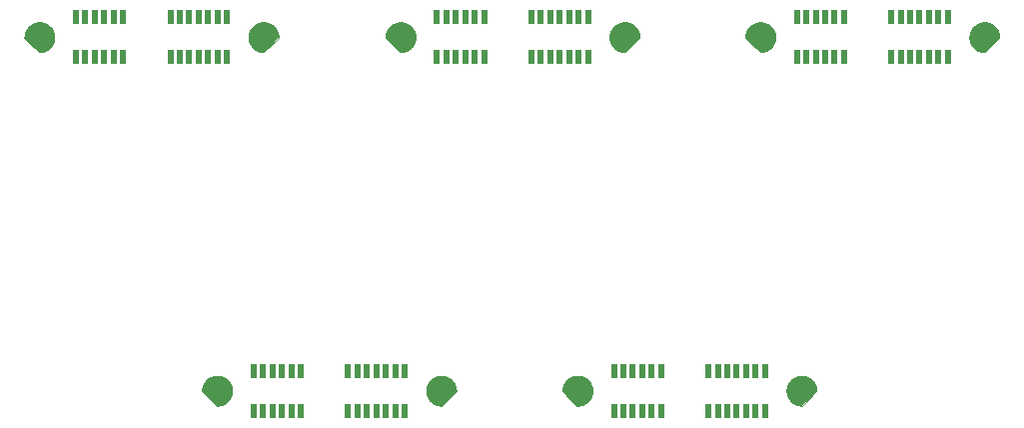
<source format=gbr>
%TF.GenerationSoftware,KiCad,Pcbnew,8.0.2-1*%
%TF.CreationDate,2024-06-18T10:28:37-04:00*%
%TF.ProjectId,Untitled,556e7469-746c-4656-942e-6b696361645f,rev?*%
%TF.SameCoordinates,Original*%
%TF.FileFunction,Paste,Top*%
%TF.FilePolarity,Positive*%
%FSLAX46Y46*%
G04 Gerber Fmt 4.6, Leading zero omitted, Abs format (unit mm)*
G04 Created by KiCad (PCBNEW 8.0.2-1) date 2024-06-18 10:28:37*
%MOMM*%
%LPD*%
G01*
G04 APERTURE LIST*
%ADD10C,0.010000*%
%ADD11R,0.500000X1.200000*%
G04 APERTURE END LIST*
D10*
%TO.C,REF\u002A\u002A4*%
X105571000Y-113732000D02*
X105638000Y-113737000D01*
X105704000Y-113746000D01*
X105769000Y-113758000D01*
X105834000Y-113773000D01*
X105897000Y-113792000D01*
X105960000Y-113814000D01*
X106022000Y-113840000D01*
X106082000Y-113868000D01*
X106140000Y-113900000D01*
X106197000Y-113935000D01*
X106251000Y-113973000D01*
X106304000Y-114013000D01*
X106355000Y-114056000D01*
X106403000Y-114102000D01*
X106449000Y-114150000D01*
X106492000Y-114201000D01*
X106532000Y-114254000D01*
X106570000Y-114308000D01*
X106605000Y-114365000D01*
X106637000Y-114423000D01*
X106665000Y-114483000D01*
X106691000Y-114545000D01*
X106713000Y-114608000D01*
X106732000Y-114671000D01*
X106747000Y-114736000D01*
X106759000Y-114801000D01*
X106768000Y-114867000D01*
X106773000Y-114934000D01*
X106775000Y-115000000D01*
X106773000Y-115066000D01*
X106768000Y-115133000D01*
X106759000Y-115199000D01*
X106747000Y-115264000D01*
X106732000Y-115329000D01*
X106713000Y-115392000D01*
X106691000Y-115455000D01*
X106665000Y-115517000D01*
X106637000Y-115577000D01*
X106605000Y-115635000D01*
X106570000Y-115692000D01*
X106532000Y-115746000D01*
X106492000Y-115799000D01*
X106449000Y-115850000D01*
X106403000Y-115898000D01*
X106378000Y-115921000D01*
X106352000Y-115944000D01*
X106326000Y-115967000D01*
X106299000Y-115989000D01*
X106271000Y-116010000D01*
X106243000Y-116030000D01*
X106214000Y-116049000D01*
X106185000Y-116068000D01*
X106156000Y-116086000D01*
X106125000Y-116103000D01*
X106095000Y-116120000D01*
X106064000Y-116135000D01*
X106033000Y-116150000D01*
X106001000Y-116164000D01*
X105969000Y-116177000D01*
X105936000Y-116190000D01*
X105903000Y-116201000D01*
X105870000Y-116212000D01*
X105837000Y-116221000D01*
X105804000Y-116230000D01*
X105770000Y-116238000D01*
X105736000Y-116245000D01*
X105702000Y-116251000D01*
X105667000Y-116257000D01*
X105633000Y-116261000D01*
X105598000Y-116264000D01*
X105564000Y-116267000D01*
X105529000Y-116269000D01*
X105494000Y-116269000D01*
X105459000Y-116269000D01*
X104236000Y-115046000D01*
X104235700Y-115045959D01*
X104236000Y-115011000D01*
X104236000Y-114976000D01*
X104238000Y-114941000D01*
X104241000Y-114907000D01*
X104244000Y-114872000D01*
X104248000Y-114838000D01*
X104254000Y-114803000D01*
X104260000Y-114769000D01*
X104267000Y-114735000D01*
X104275000Y-114702000D01*
X104284000Y-114668000D01*
X104293000Y-114635000D01*
X104304000Y-114602000D01*
X104315000Y-114569000D01*
X104328000Y-114536000D01*
X104341000Y-114504000D01*
X104355000Y-114473000D01*
X104370000Y-114441000D01*
X104385000Y-114410000D01*
X104402000Y-114380000D01*
X104419000Y-114349000D01*
X104437000Y-114320000D01*
X104456000Y-114291000D01*
X104475000Y-114262000D01*
X104495000Y-114234000D01*
X104516000Y-114206000D01*
X104538000Y-114179000D01*
X104561000Y-114153000D01*
X104584000Y-114127000D01*
X104607000Y-114102000D01*
X104655000Y-114056000D01*
X104706000Y-114013000D01*
X104759000Y-113973000D01*
X104813000Y-113935000D01*
X104870000Y-113900000D01*
X104928000Y-113868000D01*
X104988000Y-113840000D01*
X105050000Y-113814000D01*
X105113000Y-113792000D01*
X105176000Y-113773000D01*
X105241000Y-113758000D01*
X105306000Y-113746000D01*
X105372000Y-113737000D01*
X105439000Y-113732000D01*
X105505000Y-113730000D01*
X105571000Y-113732000D01*
G36*
X105571000Y-113732000D02*
G01*
X105638000Y-113737000D01*
X105704000Y-113746000D01*
X105769000Y-113758000D01*
X105834000Y-113773000D01*
X105897000Y-113792000D01*
X105960000Y-113814000D01*
X106022000Y-113840000D01*
X106082000Y-113868000D01*
X106140000Y-113900000D01*
X106197000Y-113935000D01*
X106251000Y-113973000D01*
X106304000Y-114013000D01*
X106355000Y-114056000D01*
X106403000Y-114102000D01*
X106449000Y-114150000D01*
X106492000Y-114201000D01*
X106532000Y-114254000D01*
X106570000Y-114308000D01*
X106605000Y-114365000D01*
X106637000Y-114423000D01*
X106665000Y-114483000D01*
X106691000Y-114545000D01*
X106713000Y-114608000D01*
X106732000Y-114671000D01*
X106747000Y-114736000D01*
X106759000Y-114801000D01*
X106768000Y-114867000D01*
X106773000Y-114934000D01*
X106775000Y-115000000D01*
X106773000Y-115066000D01*
X106768000Y-115133000D01*
X106759000Y-115199000D01*
X106747000Y-115264000D01*
X106732000Y-115329000D01*
X106713000Y-115392000D01*
X106691000Y-115455000D01*
X106665000Y-115517000D01*
X106637000Y-115577000D01*
X106605000Y-115635000D01*
X106570000Y-115692000D01*
X106532000Y-115746000D01*
X106492000Y-115799000D01*
X106449000Y-115850000D01*
X106403000Y-115898000D01*
X106378000Y-115921000D01*
X106352000Y-115944000D01*
X106326000Y-115967000D01*
X106299000Y-115989000D01*
X106271000Y-116010000D01*
X106243000Y-116030000D01*
X106214000Y-116049000D01*
X106185000Y-116068000D01*
X106156000Y-116086000D01*
X106125000Y-116103000D01*
X106095000Y-116120000D01*
X106064000Y-116135000D01*
X106033000Y-116150000D01*
X106001000Y-116164000D01*
X105969000Y-116177000D01*
X105936000Y-116190000D01*
X105903000Y-116201000D01*
X105870000Y-116212000D01*
X105837000Y-116221000D01*
X105804000Y-116230000D01*
X105770000Y-116238000D01*
X105736000Y-116245000D01*
X105702000Y-116251000D01*
X105667000Y-116257000D01*
X105633000Y-116261000D01*
X105598000Y-116264000D01*
X105564000Y-116267000D01*
X105529000Y-116269000D01*
X105494000Y-116269000D01*
X105459000Y-116269000D01*
X104236000Y-115046000D01*
X104235700Y-115045959D01*
X104236000Y-115011000D01*
X104236000Y-114976000D01*
X104238000Y-114941000D01*
X104241000Y-114907000D01*
X104244000Y-114872000D01*
X104248000Y-114838000D01*
X104254000Y-114803000D01*
X104260000Y-114769000D01*
X104267000Y-114735000D01*
X104275000Y-114702000D01*
X104284000Y-114668000D01*
X104293000Y-114635000D01*
X104304000Y-114602000D01*
X104315000Y-114569000D01*
X104328000Y-114536000D01*
X104341000Y-114504000D01*
X104355000Y-114473000D01*
X104370000Y-114441000D01*
X104385000Y-114410000D01*
X104402000Y-114380000D01*
X104419000Y-114349000D01*
X104437000Y-114320000D01*
X104456000Y-114291000D01*
X104475000Y-114262000D01*
X104495000Y-114234000D01*
X104516000Y-114206000D01*
X104538000Y-114179000D01*
X104561000Y-114153000D01*
X104584000Y-114127000D01*
X104607000Y-114102000D01*
X104655000Y-114056000D01*
X104706000Y-114013000D01*
X104759000Y-113973000D01*
X104813000Y-113935000D01*
X104870000Y-113900000D01*
X104928000Y-113868000D01*
X104988000Y-113840000D01*
X105050000Y-113814000D01*
X105113000Y-113792000D01*
X105176000Y-113773000D01*
X105241000Y-113758000D01*
X105306000Y-113746000D01*
X105372000Y-113737000D01*
X105439000Y-113732000D01*
X105505000Y-113730000D01*
X105571000Y-113732000D01*
G37*
X124561000Y-113732000D02*
X124628000Y-113737000D01*
X124694000Y-113746000D01*
X124759000Y-113758000D01*
X124824000Y-113773000D01*
X124887000Y-113792000D01*
X124950000Y-113814000D01*
X125012000Y-113840000D01*
X125072000Y-113868000D01*
X125130000Y-113900000D01*
X125187000Y-113935000D01*
X125241000Y-113973000D01*
X125294000Y-114013000D01*
X125345000Y-114056000D01*
X125393000Y-114102000D01*
X125416000Y-114127000D01*
X125439000Y-114153000D01*
X125462000Y-114179000D01*
X125484000Y-114206000D01*
X125505000Y-114234000D01*
X125525000Y-114262000D01*
X125544000Y-114291000D01*
X125563000Y-114320000D01*
X125581000Y-114349000D01*
X125598000Y-114380000D01*
X125615000Y-114410000D01*
X125630000Y-114441000D01*
X125645000Y-114473000D01*
X125659000Y-114504000D01*
X125672000Y-114536000D01*
X125685000Y-114569000D01*
X125696000Y-114602000D01*
X125707000Y-114635000D01*
X125716000Y-114668000D01*
X125725000Y-114702000D01*
X125733000Y-114735000D01*
X125740000Y-114769000D01*
X125746000Y-114803000D01*
X125752000Y-114838000D01*
X125756000Y-114872000D01*
X125759000Y-114907000D01*
X125762000Y-114941000D01*
X125764000Y-114976000D01*
X125764000Y-115011000D01*
X125764000Y-115046000D01*
X124541000Y-116269000D01*
X124540960Y-116269260D01*
X124506000Y-116269000D01*
X124471000Y-116269000D01*
X124436000Y-116267000D01*
X124402000Y-116264000D01*
X124367000Y-116261000D01*
X124333000Y-116257000D01*
X124298000Y-116251000D01*
X124264000Y-116245000D01*
X124230000Y-116238000D01*
X124196000Y-116230000D01*
X124163000Y-116221000D01*
X124130000Y-116212000D01*
X124097000Y-116201000D01*
X124064000Y-116190000D01*
X124031000Y-116177000D01*
X123999000Y-116164000D01*
X123967000Y-116150000D01*
X123936000Y-116135000D01*
X123905000Y-116120000D01*
X123875000Y-116103000D01*
X123844000Y-116086000D01*
X123815000Y-116068000D01*
X123786000Y-116049000D01*
X123757000Y-116030000D01*
X123729000Y-116010000D01*
X123701000Y-115989000D01*
X123674000Y-115967000D01*
X123648000Y-115944000D01*
X123622000Y-115921000D01*
X123597000Y-115898000D01*
X123551000Y-115850000D01*
X123508000Y-115799000D01*
X123468000Y-115746000D01*
X123430000Y-115692000D01*
X123395000Y-115635000D01*
X123363000Y-115577000D01*
X123335000Y-115517000D01*
X123309000Y-115455000D01*
X123287000Y-115392000D01*
X123268000Y-115329000D01*
X123253000Y-115264000D01*
X123241000Y-115199000D01*
X123232000Y-115133000D01*
X123227000Y-115066000D01*
X123225000Y-115000000D01*
X123227000Y-114934000D01*
X123232000Y-114867000D01*
X123241000Y-114801000D01*
X123253000Y-114736000D01*
X123268000Y-114671000D01*
X123287000Y-114608000D01*
X123309000Y-114545000D01*
X123335000Y-114483000D01*
X123363000Y-114423000D01*
X123395000Y-114365000D01*
X123430000Y-114308000D01*
X123468000Y-114254000D01*
X123508000Y-114201000D01*
X123551000Y-114150000D01*
X123597000Y-114102000D01*
X123645000Y-114056000D01*
X123696000Y-114013000D01*
X123749000Y-113973000D01*
X123803000Y-113935000D01*
X123860000Y-113900000D01*
X123918000Y-113868000D01*
X123978000Y-113840000D01*
X124040000Y-113814000D01*
X124103000Y-113792000D01*
X124166000Y-113773000D01*
X124231000Y-113758000D01*
X124296000Y-113746000D01*
X124362000Y-113737000D01*
X124429000Y-113732000D01*
X124495000Y-113730000D01*
X124561000Y-113732000D01*
G36*
X124561000Y-113732000D02*
G01*
X124628000Y-113737000D01*
X124694000Y-113746000D01*
X124759000Y-113758000D01*
X124824000Y-113773000D01*
X124887000Y-113792000D01*
X124950000Y-113814000D01*
X125012000Y-113840000D01*
X125072000Y-113868000D01*
X125130000Y-113900000D01*
X125187000Y-113935000D01*
X125241000Y-113973000D01*
X125294000Y-114013000D01*
X125345000Y-114056000D01*
X125393000Y-114102000D01*
X125416000Y-114127000D01*
X125439000Y-114153000D01*
X125462000Y-114179000D01*
X125484000Y-114206000D01*
X125505000Y-114234000D01*
X125525000Y-114262000D01*
X125544000Y-114291000D01*
X125563000Y-114320000D01*
X125581000Y-114349000D01*
X125598000Y-114380000D01*
X125615000Y-114410000D01*
X125630000Y-114441000D01*
X125645000Y-114473000D01*
X125659000Y-114504000D01*
X125672000Y-114536000D01*
X125685000Y-114569000D01*
X125696000Y-114602000D01*
X125707000Y-114635000D01*
X125716000Y-114668000D01*
X125725000Y-114702000D01*
X125733000Y-114735000D01*
X125740000Y-114769000D01*
X125746000Y-114803000D01*
X125752000Y-114838000D01*
X125756000Y-114872000D01*
X125759000Y-114907000D01*
X125762000Y-114941000D01*
X125764000Y-114976000D01*
X125764000Y-115011000D01*
X125764000Y-115046000D01*
X124541000Y-116269000D01*
X124540960Y-116269260D01*
X124506000Y-116269000D01*
X124471000Y-116269000D01*
X124436000Y-116267000D01*
X124402000Y-116264000D01*
X124367000Y-116261000D01*
X124333000Y-116257000D01*
X124298000Y-116251000D01*
X124264000Y-116245000D01*
X124230000Y-116238000D01*
X124196000Y-116230000D01*
X124163000Y-116221000D01*
X124130000Y-116212000D01*
X124097000Y-116201000D01*
X124064000Y-116190000D01*
X124031000Y-116177000D01*
X123999000Y-116164000D01*
X123967000Y-116150000D01*
X123936000Y-116135000D01*
X123905000Y-116120000D01*
X123875000Y-116103000D01*
X123844000Y-116086000D01*
X123815000Y-116068000D01*
X123786000Y-116049000D01*
X123757000Y-116030000D01*
X123729000Y-116010000D01*
X123701000Y-115989000D01*
X123674000Y-115967000D01*
X123648000Y-115944000D01*
X123622000Y-115921000D01*
X123597000Y-115898000D01*
X123551000Y-115850000D01*
X123508000Y-115799000D01*
X123468000Y-115746000D01*
X123430000Y-115692000D01*
X123395000Y-115635000D01*
X123363000Y-115577000D01*
X123335000Y-115517000D01*
X123309000Y-115455000D01*
X123287000Y-115392000D01*
X123268000Y-115329000D01*
X123253000Y-115264000D01*
X123241000Y-115199000D01*
X123232000Y-115133000D01*
X123227000Y-115066000D01*
X123225000Y-115000000D01*
X123227000Y-114934000D01*
X123232000Y-114867000D01*
X123241000Y-114801000D01*
X123253000Y-114736000D01*
X123268000Y-114671000D01*
X123287000Y-114608000D01*
X123309000Y-114545000D01*
X123335000Y-114483000D01*
X123363000Y-114423000D01*
X123395000Y-114365000D01*
X123430000Y-114308000D01*
X123468000Y-114254000D01*
X123508000Y-114201000D01*
X123551000Y-114150000D01*
X123597000Y-114102000D01*
X123645000Y-114056000D01*
X123696000Y-114013000D01*
X123749000Y-113973000D01*
X123803000Y-113935000D01*
X123860000Y-113900000D01*
X123918000Y-113868000D01*
X123978000Y-113840000D01*
X124040000Y-113814000D01*
X124103000Y-113792000D01*
X124166000Y-113773000D01*
X124231000Y-113758000D01*
X124296000Y-113746000D01*
X124362000Y-113737000D01*
X124429000Y-113732000D01*
X124495000Y-113730000D01*
X124561000Y-113732000D01*
G37*
%TO.C,REF\u002A\u002A*%
X75026000Y-113732000D02*
X75093000Y-113737000D01*
X75159000Y-113746000D01*
X75224000Y-113758000D01*
X75289000Y-113773000D01*
X75352000Y-113792000D01*
X75415000Y-113814000D01*
X75477000Y-113840000D01*
X75537000Y-113868000D01*
X75595000Y-113900000D01*
X75652000Y-113935000D01*
X75706000Y-113973000D01*
X75759000Y-114013000D01*
X75810000Y-114056000D01*
X75858000Y-114102000D01*
X75904000Y-114150000D01*
X75947000Y-114201000D01*
X75987000Y-114254000D01*
X76025000Y-114308000D01*
X76060000Y-114365000D01*
X76092000Y-114423000D01*
X76120000Y-114483000D01*
X76146000Y-114545000D01*
X76168000Y-114608000D01*
X76187000Y-114671000D01*
X76202000Y-114736000D01*
X76214000Y-114801000D01*
X76223000Y-114867000D01*
X76228000Y-114934000D01*
X76230000Y-115000000D01*
X76228000Y-115066000D01*
X76223000Y-115133000D01*
X76214000Y-115199000D01*
X76202000Y-115264000D01*
X76187000Y-115329000D01*
X76168000Y-115392000D01*
X76146000Y-115455000D01*
X76120000Y-115517000D01*
X76092000Y-115577000D01*
X76060000Y-115635000D01*
X76025000Y-115692000D01*
X75987000Y-115746000D01*
X75947000Y-115799000D01*
X75904000Y-115850000D01*
X75858000Y-115898000D01*
X75833000Y-115921000D01*
X75807000Y-115944000D01*
X75781000Y-115967000D01*
X75754000Y-115989000D01*
X75726000Y-116010000D01*
X75698000Y-116030000D01*
X75669000Y-116049000D01*
X75640000Y-116068000D01*
X75611000Y-116086000D01*
X75580000Y-116103000D01*
X75550000Y-116120000D01*
X75519000Y-116135000D01*
X75488000Y-116150000D01*
X75456000Y-116164000D01*
X75424000Y-116177000D01*
X75391000Y-116190000D01*
X75358000Y-116201000D01*
X75325000Y-116212000D01*
X75292000Y-116221000D01*
X75259000Y-116230000D01*
X75225000Y-116238000D01*
X75191000Y-116245000D01*
X75157000Y-116251000D01*
X75122000Y-116257000D01*
X75088000Y-116261000D01*
X75053000Y-116264000D01*
X75019000Y-116267000D01*
X74984000Y-116269000D01*
X74949000Y-116269000D01*
X74914000Y-116269000D01*
X73691000Y-115046000D01*
X73690700Y-115045959D01*
X73691000Y-115011000D01*
X73691000Y-114976000D01*
X73693000Y-114941000D01*
X73696000Y-114907000D01*
X73699000Y-114872000D01*
X73703000Y-114838000D01*
X73709000Y-114803000D01*
X73715000Y-114769000D01*
X73722000Y-114735000D01*
X73730000Y-114702000D01*
X73739000Y-114668000D01*
X73748000Y-114635000D01*
X73759000Y-114602000D01*
X73770000Y-114569000D01*
X73783000Y-114536000D01*
X73796000Y-114504000D01*
X73810000Y-114473000D01*
X73825000Y-114441000D01*
X73840000Y-114410000D01*
X73857000Y-114380000D01*
X73874000Y-114349000D01*
X73892000Y-114320000D01*
X73911000Y-114291000D01*
X73930000Y-114262000D01*
X73950000Y-114234000D01*
X73971000Y-114206000D01*
X73993000Y-114179000D01*
X74016000Y-114153000D01*
X74039000Y-114127000D01*
X74062000Y-114102000D01*
X74110000Y-114056000D01*
X74161000Y-114013000D01*
X74214000Y-113973000D01*
X74268000Y-113935000D01*
X74325000Y-113900000D01*
X74383000Y-113868000D01*
X74443000Y-113840000D01*
X74505000Y-113814000D01*
X74568000Y-113792000D01*
X74631000Y-113773000D01*
X74696000Y-113758000D01*
X74761000Y-113746000D01*
X74827000Y-113737000D01*
X74894000Y-113732000D01*
X74960000Y-113730000D01*
X75026000Y-113732000D01*
G36*
X75026000Y-113732000D02*
G01*
X75093000Y-113737000D01*
X75159000Y-113746000D01*
X75224000Y-113758000D01*
X75289000Y-113773000D01*
X75352000Y-113792000D01*
X75415000Y-113814000D01*
X75477000Y-113840000D01*
X75537000Y-113868000D01*
X75595000Y-113900000D01*
X75652000Y-113935000D01*
X75706000Y-113973000D01*
X75759000Y-114013000D01*
X75810000Y-114056000D01*
X75858000Y-114102000D01*
X75904000Y-114150000D01*
X75947000Y-114201000D01*
X75987000Y-114254000D01*
X76025000Y-114308000D01*
X76060000Y-114365000D01*
X76092000Y-114423000D01*
X76120000Y-114483000D01*
X76146000Y-114545000D01*
X76168000Y-114608000D01*
X76187000Y-114671000D01*
X76202000Y-114736000D01*
X76214000Y-114801000D01*
X76223000Y-114867000D01*
X76228000Y-114934000D01*
X76230000Y-115000000D01*
X76228000Y-115066000D01*
X76223000Y-115133000D01*
X76214000Y-115199000D01*
X76202000Y-115264000D01*
X76187000Y-115329000D01*
X76168000Y-115392000D01*
X76146000Y-115455000D01*
X76120000Y-115517000D01*
X76092000Y-115577000D01*
X76060000Y-115635000D01*
X76025000Y-115692000D01*
X75987000Y-115746000D01*
X75947000Y-115799000D01*
X75904000Y-115850000D01*
X75858000Y-115898000D01*
X75833000Y-115921000D01*
X75807000Y-115944000D01*
X75781000Y-115967000D01*
X75754000Y-115989000D01*
X75726000Y-116010000D01*
X75698000Y-116030000D01*
X75669000Y-116049000D01*
X75640000Y-116068000D01*
X75611000Y-116086000D01*
X75580000Y-116103000D01*
X75550000Y-116120000D01*
X75519000Y-116135000D01*
X75488000Y-116150000D01*
X75456000Y-116164000D01*
X75424000Y-116177000D01*
X75391000Y-116190000D01*
X75358000Y-116201000D01*
X75325000Y-116212000D01*
X75292000Y-116221000D01*
X75259000Y-116230000D01*
X75225000Y-116238000D01*
X75191000Y-116245000D01*
X75157000Y-116251000D01*
X75122000Y-116257000D01*
X75088000Y-116261000D01*
X75053000Y-116264000D01*
X75019000Y-116267000D01*
X74984000Y-116269000D01*
X74949000Y-116269000D01*
X74914000Y-116269000D01*
X73691000Y-115046000D01*
X73690700Y-115045959D01*
X73691000Y-115011000D01*
X73691000Y-114976000D01*
X73693000Y-114941000D01*
X73696000Y-114907000D01*
X73699000Y-114872000D01*
X73703000Y-114838000D01*
X73709000Y-114803000D01*
X73715000Y-114769000D01*
X73722000Y-114735000D01*
X73730000Y-114702000D01*
X73739000Y-114668000D01*
X73748000Y-114635000D01*
X73759000Y-114602000D01*
X73770000Y-114569000D01*
X73783000Y-114536000D01*
X73796000Y-114504000D01*
X73810000Y-114473000D01*
X73825000Y-114441000D01*
X73840000Y-114410000D01*
X73857000Y-114380000D01*
X73874000Y-114349000D01*
X73892000Y-114320000D01*
X73911000Y-114291000D01*
X73930000Y-114262000D01*
X73950000Y-114234000D01*
X73971000Y-114206000D01*
X73993000Y-114179000D01*
X74016000Y-114153000D01*
X74039000Y-114127000D01*
X74062000Y-114102000D01*
X74110000Y-114056000D01*
X74161000Y-114013000D01*
X74214000Y-113973000D01*
X74268000Y-113935000D01*
X74325000Y-113900000D01*
X74383000Y-113868000D01*
X74443000Y-113840000D01*
X74505000Y-113814000D01*
X74568000Y-113792000D01*
X74631000Y-113773000D01*
X74696000Y-113758000D01*
X74761000Y-113746000D01*
X74827000Y-113737000D01*
X74894000Y-113732000D01*
X74960000Y-113730000D01*
X75026000Y-113732000D01*
G37*
X94016000Y-113732000D02*
X94083000Y-113737000D01*
X94149000Y-113746000D01*
X94214000Y-113758000D01*
X94279000Y-113773000D01*
X94342000Y-113792000D01*
X94405000Y-113814000D01*
X94467000Y-113840000D01*
X94527000Y-113868000D01*
X94585000Y-113900000D01*
X94642000Y-113935000D01*
X94696000Y-113973000D01*
X94749000Y-114013000D01*
X94800000Y-114056000D01*
X94848000Y-114102000D01*
X94871000Y-114127000D01*
X94894000Y-114153000D01*
X94917000Y-114179000D01*
X94939000Y-114206000D01*
X94960000Y-114234000D01*
X94980000Y-114262000D01*
X94999000Y-114291000D01*
X95018000Y-114320000D01*
X95036000Y-114349000D01*
X95053000Y-114380000D01*
X95070000Y-114410000D01*
X95085000Y-114441000D01*
X95100000Y-114473000D01*
X95114000Y-114504000D01*
X95127000Y-114536000D01*
X95140000Y-114569000D01*
X95151000Y-114602000D01*
X95162000Y-114635000D01*
X95171000Y-114668000D01*
X95180000Y-114702000D01*
X95188000Y-114735000D01*
X95195000Y-114769000D01*
X95201000Y-114803000D01*
X95207000Y-114838000D01*
X95211000Y-114872000D01*
X95214000Y-114907000D01*
X95217000Y-114941000D01*
X95219000Y-114976000D01*
X95219000Y-115011000D01*
X95219000Y-115046000D01*
X93996000Y-116269000D01*
X93995960Y-116269260D01*
X93961000Y-116269000D01*
X93926000Y-116269000D01*
X93891000Y-116267000D01*
X93857000Y-116264000D01*
X93822000Y-116261000D01*
X93788000Y-116257000D01*
X93753000Y-116251000D01*
X93719000Y-116245000D01*
X93685000Y-116238000D01*
X93651000Y-116230000D01*
X93618000Y-116221000D01*
X93585000Y-116212000D01*
X93552000Y-116201000D01*
X93519000Y-116190000D01*
X93486000Y-116177000D01*
X93454000Y-116164000D01*
X93422000Y-116150000D01*
X93391000Y-116135000D01*
X93360000Y-116120000D01*
X93330000Y-116103000D01*
X93299000Y-116086000D01*
X93270000Y-116068000D01*
X93241000Y-116049000D01*
X93212000Y-116030000D01*
X93184000Y-116010000D01*
X93156000Y-115989000D01*
X93129000Y-115967000D01*
X93103000Y-115944000D01*
X93077000Y-115921000D01*
X93052000Y-115898000D01*
X93006000Y-115850000D01*
X92963000Y-115799000D01*
X92923000Y-115746000D01*
X92885000Y-115692000D01*
X92850000Y-115635000D01*
X92818000Y-115577000D01*
X92790000Y-115517000D01*
X92764000Y-115455000D01*
X92742000Y-115392000D01*
X92723000Y-115329000D01*
X92708000Y-115264000D01*
X92696000Y-115199000D01*
X92687000Y-115133000D01*
X92682000Y-115066000D01*
X92680000Y-115000000D01*
X92682000Y-114934000D01*
X92687000Y-114867000D01*
X92696000Y-114801000D01*
X92708000Y-114736000D01*
X92723000Y-114671000D01*
X92742000Y-114608000D01*
X92764000Y-114545000D01*
X92790000Y-114483000D01*
X92818000Y-114423000D01*
X92850000Y-114365000D01*
X92885000Y-114308000D01*
X92923000Y-114254000D01*
X92963000Y-114201000D01*
X93006000Y-114150000D01*
X93052000Y-114102000D01*
X93100000Y-114056000D01*
X93151000Y-114013000D01*
X93204000Y-113973000D01*
X93258000Y-113935000D01*
X93315000Y-113900000D01*
X93373000Y-113868000D01*
X93433000Y-113840000D01*
X93495000Y-113814000D01*
X93558000Y-113792000D01*
X93621000Y-113773000D01*
X93686000Y-113758000D01*
X93751000Y-113746000D01*
X93817000Y-113737000D01*
X93884000Y-113732000D01*
X93950000Y-113730000D01*
X94016000Y-113732000D01*
G36*
X94016000Y-113732000D02*
G01*
X94083000Y-113737000D01*
X94149000Y-113746000D01*
X94214000Y-113758000D01*
X94279000Y-113773000D01*
X94342000Y-113792000D01*
X94405000Y-113814000D01*
X94467000Y-113840000D01*
X94527000Y-113868000D01*
X94585000Y-113900000D01*
X94642000Y-113935000D01*
X94696000Y-113973000D01*
X94749000Y-114013000D01*
X94800000Y-114056000D01*
X94848000Y-114102000D01*
X94871000Y-114127000D01*
X94894000Y-114153000D01*
X94917000Y-114179000D01*
X94939000Y-114206000D01*
X94960000Y-114234000D01*
X94980000Y-114262000D01*
X94999000Y-114291000D01*
X95018000Y-114320000D01*
X95036000Y-114349000D01*
X95053000Y-114380000D01*
X95070000Y-114410000D01*
X95085000Y-114441000D01*
X95100000Y-114473000D01*
X95114000Y-114504000D01*
X95127000Y-114536000D01*
X95140000Y-114569000D01*
X95151000Y-114602000D01*
X95162000Y-114635000D01*
X95171000Y-114668000D01*
X95180000Y-114702000D01*
X95188000Y-114735000D01*
X95195000Y-114769000D01*
X95201000Y-114803000D01*
X95207000Y-114838000D01*
X95211000Y-114872000D01*
X95214000Y-114907000D01*
X95217000Y-114941000D01*
X95219000Y-114976000D01*
X95219000Y-115011000D01*
X95219000Y-115046000D01*
X93996000Y-116269000D01*
X93995960Y-116269260D01*
X93961000Y-116269000D01*
X93926000Y-116269000D01*
X93891000Y-116267000D01*
X93857000Y-116264000D01*
X93822000Y-116261000D01*
X93788000Y-116257000D01*
X93753000Y-116251000D01*
X93719000Y-116245000D01*
X93685000Y-116238000D01*
X93651000Y-116230000D01*
X93618000Y-116221000D01*
X93585000Y-116212000D01*
X93552000Y-116201000D01*
X93519000Y-116190000D01*
X93486000Y-116177000D01*
X93454000Y-116164000D01*
X93422000Y-116150000D01*
X93391000Y-116135000D01*
X93360000Y-116120000D01*
X93330000Y-116103000D01*
X93299000Y-116086000D01*
X93270000Y-116068000D01*
X93241000Y-116049000D01*
X93212000Y-116030000D01*
X93184000Y-116010000D01*
X93156000Y-115989000D01*
X93129000Y-115967000D01*
X93103000Y-115944000D01*
X93077000Y-115921000D01*
X93052000Y-115898000D01*
X93006000Y-115850000D01*
X92963000Y-115799000D01*
X92923000Y-115746000D01*
X92885000Y-115692000D01*
X92850000Y-115635000D01*
X92818000Y-115577000D01*
X92790000Y-115517000D01*
X92764000Y-115455000D01*
X92742000Y-115392000D01*
X92723000Y-115329000D01*
X92708000Y-115264000D01*
X92696000Y-115199000D01*
X92687000Y-115133000D01*
X92682000Y-115066000D01*
X92680000Y-115000000D01*
X92682000Y-114934000D01*
X92687000Y-114867000D01*
X92696000Y-114801000D01*
X92708000Y-114736000D01*
X92723000Y-114671000D01*
X92742000Y-114608000D01*
X92764000Y-114545000D01*
X92790000Y-114483000D01*
X92818000Y-114423000D01*
X92850000Y-114365000D01*
X92885000Y-114308000D01*
X92923000Y-114254000D01*
X92963000Y-114201000D01*
X93006000Y-114150000D01*
X93052000Y-114102000D01*
X93100000Y-114056000D01*
X93151000Y-114013000D01*
X93204000Y-113973000D01*
X93258000Y-113935000D01*
X93315000Y-113900000D01*
X93373000Y-113868000D01*
X93433000Y-113840000D01*
X93495000Y-113814000D01*
X93558000Y-113792000D01*
X93621000Y-113773000D01*
X93686000Y-113758000D01*
X93751000Y-113746000D01*
X93817000Y-113737000D01*
X93884000Y-113732000D01*
X93950000Y-113730000D01*
X94016000Y-113732000D01*
G37*
%TO.C,REF\u002A\u002A2*%
X121066000Y-83732000D02*
X121133000Y-83737000D01*
X121199000Y-83746000D01*
X121264000Y-83758000D01*
X121329000Y-83773000D01*
X121392000Y-83792000D01*
X121455000Y-83814000D01*
X121517000Y-83840000D01*
X121577000Y-83868000D01*
X121635000Y-83900000D01*
X121692000Y-83935000D01*
X121746000Y-83973000D01*
X121799000Y-84013000D01*
X121850000Y-84056000D01*
X121898000Y-84102000D01*
X121944000Y-84150000D01*
X121987000Y-84201000D01*
X122027000Y-84254000D01*
X122065000Y-84308000D01*
X122100000Y-84365000D01*
X122132000Y-84423000D01*
X122160000Y-84483000D01*
X122186000Y-84545000D01*
X122208000Y-84608000D01*
X122227000Y-84671000D01*
X122242000Y-84736000D01*
X122254000Y-84801000D01*
X122263000Y-84867000D01*
X122268000Y-84934000D01*
X122270000Y-85000000D01*
X122268000Y-85066000D01*
X122263000Y-85133000D01*
X122254000Y-85199000D01*
X122242000Y-85264000D01*
X122227000Y-85329000D01*
X122208000Y-85392000D01*
X122186000Y-85455000D01*
X122160000Y-85517000D01*
X122132000Y-85577000D01*
X122100000Y-85635000D01*
X122065000Y-85692000D01*
X122027000Y-85746000D01*
X121987000Y-85799000D01*
X121944000Y-85850000D01*
X121898000Y-85898000D01*
X121873000Y-85921000D01*
X121847000Y-85944000D01*
X121821000Y-85967000D01*
X121794000Y-85989000D01*
X121766000Y-86010000D01*
X121738000Y-86030000D01*
X121709000Y-86049000D01*
X121680000Y-86068000D01*
X121651000Y-86086000D01*
X121620000Y-86103000D01*
X121590000Y-86120000D01*
X121559000Y-86135000D01*
X121528000Y-86150000D01*
X121496000Y-86164000D01*
X121464000Y-86177000D01*
X121431000Y-86190000D01*
X121398000Y-86201000D01*
X121365000Y-86212000D01*
X121332000Y-86221000D01*
X121299000Y-86230000D01*
X121265000Y-86238000D01*
X121231000Y-86245000D01*
X121197000Y-86251000D01*
X121162000Y-86257000D01*
X121128000Y-86261000D01*
X121093000Y-86264000D01*
X121059000Y-86267000D01*
X121024000Y-86269000D01*
X120989000Y-86269000D01*
X120954000Y-86269000D01*
X119731000Y-85046000D01*
X119730700Y-85045959D01*
X119731000Y-85011000D01*
X119731000Y-84976000D01*
X119733000Y-84941000D01*
X119736000Y-84907000D01*
X119739000Y-84872000D01*
X119743000Y-84838000D01*
X119749000Y-84803000D01*
X119755000Y-84769000D01*
X119762000Y-84735000D01*
X119770000Y-84702000D01*
X119779000Y-84668000D01*
X119788000Y-84635000D01*
X119799000Y-84602000D01*
X119810000Y-84569000D01*
X119823000Y-84536000D01*
X119836000Y-84504000D01*
X119850000Y-84473000D01*
X119865000Y-84441000D01*
X119880000Y-84410000D01*
X119897000Y-84380000D01*
X119914000Y-84349000D01*
X119932000Y-84320000D01*
X119951000Y-84291000D01*
X119970000Y-84262000D01*
X119990000Y-84234000D01*
X120011000Y-84206000D01*
X120033000Y-84179000D01*
X120056000Y-84153000D01*
X120079000Y-84127000D01*
X120102000Y-84102000D01*
X120150000Y-84056000D01*
X120201000Y-84013000D01*
X120254000Y-83973000D01*
X120308000Y-83935000D01*
X120365000Y-83900000D01*
X120423000Y-83868000D01*
X120483000Y-83840000D01*
X120545000Y-83814000D01*
X120608000Y-83792000D01*
X120671000Y-83773000D01*
X120736000Y-83758000D01*
X120801000Y-83746000D01*
X120867000Y-83737000D01*
X120934000Y-83732000D01*
X121000000Y-83730000D01*
X121066000Y-83732000D01*
G36*
X121066000Y-83732000D02*
G01*
X121133000Y-83737000D01*
X121199000Y-83746000D01*
X121264000Y-83758000D01*
X121329000Y-83773000D01*
X121392000Y-83792000D01*
X121455000Y-83814000D01*
X121517000Y-83840000D01*
X121577000Y-83868000D01*
X121635000Y-83900000D01*
X121692000Y-83935000D01*
X121746000Y-83973000D01*
X121799000Y-84013000D01*
X121850000Y-84056000D01*
X121898000Y-84102000D01*
X121944000Y-84150000D01*
X121987000Y-84201000D01*
X122027000Y-84254000D01*
X122065000Y-84308000D01*
X122100000Y-84365000D01*
X122132000Y-84423000D01*
X122160000Y-84483000D01*
X122186000Y-84545000D01*
X122208000Y-84608000D01*
X122227000Y-84671000D01*
X122242000Y-84736000D01*
X122254000Y-84801000D01*
X122263000Y-84867000D01*
X122268000Y-84934000D01*
X122270000Y-85000000D01*
X122268000Y-85066000D01*
X122263000Y-85133000D01*
X122254000Y-85199000D01*
X122242000Y-85264000D01*
X122227000Y-85329000D01*
X122208000Y-85392000D01*
X122186000Y-85455000D01*
X122160000Y-85517000D01*
X122132000Y-85577000D01*
X122100000Y-85635000D01*
X122065000Y-85692000D01*
X122027000Y-85746000D01*
X121987000Y-85799000D01*
X121944000Y-85850000D01*
X121898000Y-85898000D01*
X121873000Y-85921000D01*
X121847000Y-85944000D01*
X121821000Y-85967000D01*
X121794000Y-85989000D01*
X121766000Y-86010000D01*
X121738000Y-86030000D01*
X121709000Y-86049000D01*
X121680000Y-86068000D01*
X121651000Y-86086000D01*
X121620000Y-86103000D01*
X121590000Y-86120000D01*
X121559000Y-86135000D01*
X121528000Y-86150000D01*
X121496000Y-86164000D01*
X121464000Y-86177000D01*
X121431000Y-86190000D01*
X121398000Y-86201000D01*
X121365000Y-86212000D01*
X121332000Y-86221000D01*
X121299000Y-86230000D01*
X121265000Y-86238000D01*
X121231000Y-86245000D01*
X121197000Y-86251000D01*
X121162000Y-86257000D01*
X121128000Y-86261000D01*
X121093000Y-86264000D01*
X121059000Y-86267000D01*
X121024000Y-86269000D01*
X120989000Y-86269000D01*
X120954000Y-86269000D01*
X119731000Y-85046000D01*
X119730700Y-85045959D01*
X119731000Y-85011000D01*
X119731000Y-84976000D01*
X119733000Y-84941000D01*
X119736000Y-84907000D01*
X119739000Y-84872000D01*
X119743000Y-84838000D01*
X119749000Y-84803000D01*
X119755000Y-84769000D01*
X119762000Y-84735000D01*
X119770000Y-84702000D01*
X119779000Y-84668000D01*
X119788000Y-84635000D01*
X119799000Y-84602000D01*
X119810000Y-84569000D01*
X119823000Y-84536000D01*
X119836000Y-84504000D01*
X119850000Y-84473000D01*
X119865000Y-84441000D01*
X119880000Y-84410000D01*
X119897000Y-84380000D01*
X119914000Y-84349000D01*
X119932000Y-84320000D01*
X119951000Y-84291000D01*
X119970000Y-84262000D01*
X119990000Y-84234000D01*
X120011000Y-84206000D01*
X120033000Y-84179000D01*
X120056000Y-84153000D01*
X120079000Y-84127000D01*
X120102000Y-84102000D01*
X120150000Y-84056000D01*
X120201000Y-84013000D01*
X120254000Y-83973000D01*
X120308000Y-83935000D01*
X120365000Y-83900000D01*
X120423000Y-83868000D01*
X120483000Y-83840000D01*
X120545000Y-83814000D01*
X120608000Y-83792000D01*
X120671000Y-83773000D01*
X120736000Y-83758000D01*
X120801000Y-83746000D01*
X120867000Y-83737000D01*
X120934000Y-83732000D01*
X121000000Y-83730000D01*
X121066000Y-83732000D01*
G37*
X140056000Y-83732000D02*
X140123000Y-83737000D01*
X140189000Y-83746000D01*
X140254000Y-83758000D01*
X140319000Y-83773000D01*
X140382000Y-83792000D01*
X140445000Y-83814000D01*
X140507000Y-83840000D01*
X140567000Y-83868000D01*
X140625000Y-83900000D01*
X140682000Y-83935000D01*
X140736000Y-83973000D01*
X140789000Y-84013000D01*
X140840000Y-84056000D01*
X140888000Y-84102000D01*
X140911000Y-84127000D01*
X140934000Y-84153000D01*
X140957000Y-84179000D01*
X140979000Y-84206000D01*
X141000000Y-84234000D01*
X141020000Y-84262000D01*
X141039000Y-84291000D01*
X141058000Y-84320000D01*
X141076000Y-84349000D01*
X141093000Y-84380000D01*
X141110000Y-84410000D01*
X141125000Y-84441000D01*
X141140000Y-84473000D01*
X141154000Y-84504000D01*
X141167000Y-84536000D01*
X141180000Y-84569000D01*
X141191000Y-84602000D01*
X141202000Y-84635000D01*
X141211000Y-84668000D01*
X141220000Y-84702000D01*
X141228000Y-84735000D01*
X141235000Y-84769000D01*
X141241000Y-84803000D01*
X141247000Y-84838000D01*
X141251000Y-84872000D01*
X141254000Y-84907000D01*
X141257000Y-84941000D01*
X141259000Y-84976000D01*
X141259000Y-85011000D01*
X141259000Y-85046000D01*
X140036000Y-86269000D01*
X140035960Y-86269260D01*
X140001000Y-86269000D01*
X139966000Y-86269000D01*
X139931000Y-86267000D01*
X139897000Y-86264000D01*
X139862000Y-86261000D01*
X139828000Y-86257000D01*
X139793000Y-86251000D01*
X139759000Y-86245000D01*
X139725000Y-86238000D01*
X139691000Y-86230000D01*
X139658000Y-86221000D01*
X139625000Y-86212000D01*
X139592000Y-86201000D01*
X139559000Y-86190000D01*
X139526000Y-86177000D01*
X139494000Y-86164000D01*
X139462000Y-86150000D01*
X139431000Y-86135000D01*
X139400000Y-86120000D01*
X139370000Y-86103000D01*
X139339000Y-86086000D01*
X139310000Y-86068000D01*
X139281000Y-86049000D01*
X139252000Y-86030000D01*
X139224000Y-86010000D01*
X139196000Y-85989000D01*
X139169000Y-85967000D01*
X139143000Y-85944000D01*
X139117000Y-85921000D01*
X139092000Y-85898000D01*
X139046000Y-85850000D01*
X139003000Y-85799000D01*
X138963000Y-85746000D01*
X138925000Y-85692000D01*
X138890000Y-85635000D01*
X138858000Y-85577000D01*
X138830000Y-85517000D01*
X138804000Y-85455000D01*
X138782000Y-85392000D01*
X138763000Y-85329000D01*
X138748000Y-85264000D01*
X138736000Y-85199000D01*
X138727000Y-85133000D01*
X138722000Y-85066000D01*
X138720000Y-85000000D01*
X138722000Y-84934000D01*
X138727000Y-84867000D01*
X138736000Y-84801000D01*
X138748000Y-84736000D01*
X138763000Y-84671000D01*
X138782000Y-84608000D01*
X138804000Y-84545000D01*
X138830000Y-84483000D01*
X138858000Y-84423000D01*
X138890000Y-84365000D01*
X138925000Y-84308000D01*
X138963000Y-84254000D01*
X139003000Y-84201000D01*
X139046000Y-84150000D01*
X139092000Y-84102000D01*
X139140000Y-84056000D01*
X139191000Y-84013000D01*
X139244000Y-83973000D01*
X139298000Y-83935000D01*
X139355000Y-83900000D01*
X139413000Y-83868000D01*
X139473000Y-83840000D01*
X139535000Y-83814000D01*
X139598000Y-83792000D01*
X139661000Y-83773000D01*
X139726000Y-83758000D01*
X139791000Y-83746000D01*
X139857000Y-83737000D01*
X139924000Y-83732000D01*
X139990000Y-83730000D01*
X140056000Y-83732000D01*
G36*
X140056000Y-83732000D02*
G01*
X140123000Y-83737000D01*
X140189000Y-83746000D01*
X140254000Y-83758000D01*
X140319000Y-83773000D01*
X140382000Y-83792000D01*
X140445000Y-83814000D01*
X140507000Y-83840000D01*
X140567000Y-83868000D01*
X140625000Y-83900000D01*
X140682000Y-83935000D01*
X140736000Y-83973000D01*
X140789000Y-84013000D01*
X140840000Y-84056000D01*
X140888000Y-84102000D01*
X140911000Y-84127000D01*
X140934000Y-84153000D01*
X140957000Y-84179000D01*
X140979000Y-84206000D01*
X141000000Y-84234000D01*
X141020000Y-84262000D01*
X141039000Y-84291000D01*
X141058000Y-84320000D01*
X141076000Y-84349000D01*
X141093000Y-84380000D01*
X141110000Y-84410000D01*
X141125000Y-84441000D01*
X141140000Y-84473000D01*
X141154000Y-84504000D01*
X141167000Y-84536000D01*
X141180000Y-84569000D01*
X141191000Y-84602000D01*
X141202000Y-84635000D01*
X141211000Y-84668000D01*
X141220000Y-84702000D01*
X141228000Y-84735000D01*
X141235000Y-84769000D01*
X141241000Y-84803000D01*
X141247000Y-84838000D01*
X141251000Y-84872000D01*
X141254000Y-84907000D01*
X141257000Y-84941000D01*
X141259000Y-84976000D01*
X141259000Y-85011000D01*
X141259000Y-85046000D01*
X140036000Y-86269000D01*
X140035960Y-86269260D01*
X140001000Y-86269000D01*
X139966000Y-86269000D01*
X139931000Y-86267000D01*
X139897000Y-86264000D01*
X139862000Y-86261000D01*
X139828000Y-86257000D01*
X139793000Y-86251000D01*
X139759000Y-86245000D01*
X139725000Y-86238000D01*
X139691000Y-86230000D01*
X139658000Y-86221000D01*
X139625000Y-86212000D01*
X139592000Y-86201000D01*
X139559000Y-86190000D01*
X139526000Y-86177000D01*
X139494000Y-86164000D01*
X139462000Y-86150000D01*
X139431000Y-86135000D01*
X139400000Y-86120000D01*
X139370000Y-86103000D01*
X139339000Y-86086000D01*
X139310000Y-86068000D01*
X139281000Y-86049000D01*
X139252000Y-86030000D01*
X139224000Y-86010000D01*
X139196000Y-85989000D01*
X139169000Y-85967000D01*
X139143000Y-85944000D01*
X139117000Y-85921000D01*
X139092000Y-85898000D01*
X139046000Y-85850000D01*
X139003000Y-85799000D01*
X138963000Y-85746000D01*
X138925000Y-85692000D01*
X138890000Y-85635000D01*
X138858000Y-85577000D01*
X138830000Y-85517000D01*
X138804000Y-85455000D01*
X138782000Y-85392000D01*
X138763000Y-85329000D01*
X138748000Y-85264000D01*
X138736000Y-85199000D01*
X138727000Y-85133000D01*
X138722000Y-85066000D01*
X138720000Y-85000000D01*
X138722000Y-84934000D01*
X138727000Y-84867000D01*
X138736000Y-84801000D01*
X138748000Y-84736000D01*
X138763000Y-84671000D01*
X138782000Y-84608000D01*
X138804000Y-84545000D01*
X138830000Y-84483000D01*
X138858000Y-84423000D01*
X138890000Y-84365000D01*
X138925000Y-84308000D01*
X138963000Y-84254000D01*
X139003000Y-84201000D01*
X139046000Y-84150000D01*
X139092000Y-84102000D01*
X139140000Y-84056000D01*
X139191000Y-84013000D01*
X139244000Y-83973000D01*
X139298000Y-83935000D01*
X139355000Y-83900000D01*
X139413000Y-83868000D01*
X139473000Y-83840000D01*
X139535000Y-83814000D01*
X139598000Y-83792000D01*
X139661000Y-83773000D01*
X139726000Y-83758000D01*
X139791000Y-83746000D01*
X139857000Y-83737000D01*
X139924000Y-83732000D01*
X139990000Y-83730000D01*
X140056000Y-83732000D01*
G37*
%TO.C,REF\u002A\u002A1*%
X59971000Y-83732000D02*
X60038000Y-83737000D01*
X60104000Y-83746000D01*
X60169000Y-83758000D01*
X60234000Y-83773000D01*
X60297000Y-83792000D01*
X60360000Y-83814000D01*
X60422000Y-83840000D01*
X60482000Y-83868000D01*
X60540000Y-83900000D01*
X60597000Y-83935000D01*
X60651000Y-83973000D01*
X60704000Y-84013000D01*
X60755000Y-84056000D01*
X60803000Y-84102000D01*
X60849000Y-84150000D01*
X60892000Y-84201000D01*
X60932000Y-84254000D01*
X60970000Y-84308000D01*
X61005000Y-84365000D01*
X61037000Y-84423000D01*
X61065000Y-84483000D01*
X61091000Y-84545000D01*
X61113000Y-84608000D01*
X61132000Y-84671000D01*
X61147000Y-84736000D01*
X61159000Y-84801000D01*
X61168000Y-84867000D01*
X61173000Y-84934000D01*
X61175000Y-85000000D01*
X61173000Y-85066000D01*
X61168000Y-85133000D01*
X61159000Y-85199000D01*
X61147000Y-85264000D01*
X61132000Y-85329000D01*
X61113000Y-85392000D01*
X61091000Y-85455000D01*
X61065000Y-85517000D01*
X61037000Y-85577000D01*
X61005000Y-85635000D01*
X60970000Y-85692000D01*
X60932000Y-85746000D01*
X60892000Y-85799000D01*
X60849000Y-85850000D01*
X60803000Y-85898000D01*
X60778000Y-85921000D01*
X60752000Y-85944000D01*
X60726000Y-85967000D01*
X60699000Y-85989000D01*
X60671000Y-86010000D01*
X60643000Y-86030000D01*
X60614000Y-86049000D01*
X60585000Y-86068000D01*
X60556000Y-86086000D01*
X60525000Y-86103000D01*
X60495000Y-86120000D01*
X60464000Y-86135000D01*
X60433000Y-86150000D01*
X60401000Y-86164000D01*
X60369000Y-86177000D01*
X60336000Y-86190000D01*
X60303000Y-86201000D01*
X60270000Y-86212000D01*
X60237000Y-86221000D01*
X60204000Y-86230000D01*
X60170000Y-86238000D01*
X60136000Y-86245000D01*
X60102000Y-86251000D01*
X60067000Y-86257000D01*
X60033000Y-86261000D01*
X59998000Y-86264000D01*
X59964000Y-86267000D01*
X59929000Y-86269000D01*
X59894000Y-86269000D01*
X59859000Y-86269000D01*
X58636000Y-85046000D01*
X58635700Y-85045959D01*
X58636000Y-85011000D01*
X58636000Y-84976000D01*
X58638000Y-84941000D01*
X58641000Y-84907000D01*
X58644000Y-84872000D01*
X58648000Y-84838000D01*
X58654000Y-84803000D01*
X58660000Y-84769000D01*
X58667000Y-84735000D01*
X58675000Y-84702000D01*
X58684000Y-84668000D01*
X58693000Y-84635000D01*
X58704000Y-84602000D01*
X58715000Y-84569000D01*
X58728000Y-84536000D01*
X58741000Y-84504000D01*
X58755000Y-84473000D01*
X58770000Y-84441000D01*
X58785000Y-84410000D01*
X58802000Y-84380000D01*
X58819000Y-84349000D01*
X58837000Y-84320000D01*
X58856000Y-84291000D01*
X58875000Y-84262000D01*
X58895000Y-84234000D01*
X58916000Y-84206000D01*
X58938000Y-84179000D01*
X58961000Y-84153000D01*
X58984000Y-84127000D01*
X59007000Y-84102000D01*
X59055000Y-84056000D01*
X59106000Y-84013000D01*
X59159000Y-83973000D01*
X59213000Y-83935000D01*
X59270000Y-83900000D01*
X59328000Y-83868000D01*
X59388000Y-83840000D01*
X59450000Y-83814000D01*
X59513000Y-83792000D01*
X59576000Y-83773000D01*
X59641000Y-83758000D01*
X59706000Y-83746000D01*
X59772000Y-83737000D01*
X59839000Y-83732000D01*
X59905000Y-83730000D01*
X59971000Y-83732000D01*
G36*
X59971000Y-83732000D02*
G01*
X60038000Y-83737000D01*
X60104000Y-83746000D01*
X60169000Y-83758000D01*
X60234000Y-83773000D01*
X60297000Y-83792000D01*
X60360000Y-83814000D01*
X60422000Y-83840000D01*
X60482000Y-83868000D01*
X60540000Y-83900000D01*
X60597000Y-83935000D01*
X60651000Y-83973000D01*
X60704000Y-84013000D01*
X60755000Y-84056000D01*
X60803000Y-84102000D01*
X60849000Y-84150000D01*
X60892000Y-84201000D01*
X60932000Y-84254000D01*
X60970000Y-84308000D01*
X61005000Y-84365000D01*
X61037000Y-84423000D01*
X61065000Y-84483000D01*
X61091000Y-84545000D01*
X61113000Y-84608000D01*
X61132000Y-84671000D01*
X61147000Y-84736000D01*
X61159000Y-84801000D01*
X61168000Y-84867000D01*
X61173000Y-84934000D01*
X61175000Y-85000000D01*
X61173000Y-85066000D01*
X61168000Y-85133000D01*
X61159000Y-85199000D01*
X61147000Y-85264000D01*
X61132000Y-85329000D01*
X61113000Y-85392000D01*
X61091000Y-85455000D01*
X61065000Y-85517000D01*
X61037000Y-85577000D01*
X61005000Y-85635000D01*
X60970000Y-85692000D01*
X60932000Y-85746000D01*
X60892000Y-85799000D01*
X60849000Y-85850000D01*
X60803000Y-85898000D01*
X60778000Y-85921000D01*
X60752000Y-85944000D01*
X60726000Y-85967000D01*
X60699000Y-85989000D01*
X60671000Y-86010000D01*
X60643000Y-86030000D01*
X60614000Y-86049000D01*
X60585000Y-86068000D01*
X60556000Y-86086000D01*
X60525000Y-86103000D01*
X60495000Y-86120000D01*
X60464000Y-86135000D01*
X60433000Y-86150000D01*
X60401000Y-86164000D01*
X60369000Y-86177000D01*
X60336000Y-86190000D01*
X60303000Y-86201000D01*
X60270000Y-86212000D01*
X60237000Y-86221000D01*
X60204000Y-86230000D01*
X60170000Y-86238000D01*
X60136000Y-86245000D01*
X60102000Y-86251000D01*
X60067000Y-86257000D01*
X60033000Y-86261000D01*
X59998000Y-86264000D01*
X59964000Y-86267000D01*
X59929000Y-86269000D01*
X59894000Y-86269000D01*
X59859000Y-86269000D01*
X58636000Y-85046000D01*
X58635700Y-85045959D01*
X58636000Y-85011000D01*
X58636000Y-84976000D01*
X58638000Y-84941000D01*
X58641000Y-84907000D01*
X58644000Y-84872000D01*
X58648000Y-84838000D01*
X58654000Y-84803000D01*
X58660000Y-84769000D01*
X58667000Y-84735000D01*
X58675000Y-84702000D01*
X58684000Y-84668000D01*
X58693000Y-84635000D01*
X58704000Y-84602000D01*
X58715000Y-84569000D01*
X58728000Y-84536000D01*
X58741000Y-84504000D01*
X58755000Y-84473000D01*
X58770000Y-84441000D01*
X58785000Y-84410000D01*
X58802000Y-84380000D01*
X58819000Y-84349000D01*
X58837000Y-84320000D01*
X58856000Y-84291000D01*
X58875000Y-84262000D01*
X58895000Y-84234000D01*
X58916000Y-84206000D01*
X58938000Y-84179000D01*
X58961000Y-84153000D01*
X58984000Y-84127000D01*
X59007000Y-84102000D01*
X59055000Y-84056000D01*
X59106000Y-84013000D01*
X59159000Y-83973000D01*
X59213000Y-83935000D01*
X59270000Y-83900000D01*
X59328000Y-83868000D01*
X59388000Y-83840000D01*
X59450000Y-83814000D01*
X59513000Y-83792000D01*
X59576000Y-83773000D01*
X59641000Y-83758000D01*
X59706000Y-83746000D01*
X59772000Y-83737000D01*
X59839000Y-83732000D01*
X59905000Y-83730000D01*
X59971000Y-83732000D01*
G37*
X78961000Y-83732000D02*
X79028000Y-83737000D01*
X79094000Y-83746000D01*
X79159000Y-83758000D01*
X79224000Y-83773000D01*
X79287000Y-83792000D01*
X79350000Y-83814000D01*
X79412000Y-83840000D01*
X79472000Y-83868000D01*
X79530000Y-83900000D01*
X79587000Y-83935000D01*
X79641000Y-83973000D01*
X79694000Y-84013000D01*
X79745000Y-84056000D01*
X79793000Y-84102000D01*
X79816000Y-84127000D01*
X79839000Y-84153000D01*
X79862000Y-84179000D01*
X79884000Y-84206000D01*
X79905000Y-84234000D01*
X79925000Y-84262000D01*
X79944000Y-84291000D01*
X79963000Y-84320000D01*
X79981000Y-84349000D01*
X79998000Y-84380000D01*
X80015000Y-84410000D01*
X80030000Y-84441000D01*
X80045000Y-84473000D01*
X80059000Y-84504000D01*
X80072000Y-84536000D01*
X80085000Y-84569000D01*
X80096000Y-84602000D01*
X80107000Y-84635000D01*
X80116000Y-84668000D01*
X80125000Y-84702000D01*
X80133000Y-84735000D01*
X80140000Y-84769000D01*
X80146000Y-84803000D01*
X80152000Y-84838000D01*
X80156000Y-84872000D01*
X80159000Y-84907000D01*
X80162000Y-84941000D01*
X80164000Y-84976000D01*
X80164000Y-85011000D01*
X80164000Y-85046000D01*
X78941000Y-86269000D01*
X78940960Y-86269260D01*
X78906000Y-86269000D01*
X78871000Y-86269000D01*
X78836000Y-86267000D01*
X78802000Y-86264000D01*
X78767000Y-86261000D01*
X78733000Y-86257000D01*
X78698000Y-86251000D01*
X78664000Y-86245000D01*
X78630000Y-86238000D01*
X78596000Y-86230000D01*
X78563000Y-86221000D01*
X78530000Y-86212000D01*
X78497000Y-86201000D01*
X78464000Y-86190000D01*
X78431000Y-86177000D01*
X78399000Y-86164000D01*
X78367000Y-86150000D01*
X78336000Y-86135000D01*
X78305000Y-86120000D01*
X78275000Y-86103000D01*
X78244000Y-86086000D01*
X78215000Y-86068000D01*
X78186000Y-86049000D01*
X78157000Y-86030000D01*
X78129000Y-86010000D01*
X78101000Y-85989000D01*
X78074000Y-85967000D01*
X78048000Y-85944000D01*
X78022000Y-85921000D01*
X77997000Y-85898000D01*
X77951000Y-85850000D01*
X77908000Y-85799000D01*
X77868000Y-85746000D01*
X77830000Y-85692000D01*
X77795000Y-85635000D01*
X77763000Y-85577000D01*
X77735000Y-85517000D01*
X77709000Y-85455000D01*
X77687000Y-85392000D01*
X77668000Y-85329000D01*
X77653000Y-85264000D01*
X77641000Y-85199000D01*
X77632000Y-85133000D01*
X77627000Y-85066000D01*
X77625000Y-85000000D01*
X77627000Y-84934000D01*
X77632000Y-84867000D01*
X77641000Y-84801000D01*
X77653000Y-84736000D01*
X77668000Y-84671000D01*
X77687000Y-84608000D01*
X77709000Y-84545000D01*
X77735000Y-84483000D01*
X77763000Y-84423000D01*
X77795000Y-84365000D01*
X77830000Y-84308000D01*
X77868000Y-84254000D01*
X77908000Y-84201000D01*
X77951000Y-84150000D01*
X77997000Y-84102000D01*
X78045000Y-84056000D01*
X78096000Y-84013000D01*
X78149000Y-83973000D01*
X78203000Y-83935000D01*
X78260000Y-83900000D01*
X78318000Y-83868000D01*
X78378000Y-83840000D01*
X78440000Y-83814000D01*
X78503000Y-83792000D01*
X78566000Y-83773000D01*
X78631000Y-83758000D01*
X78696000Y-83746000D01*
X78762000Y-83737000D01*
X78829000Y-83732000D01*
X78895000Y-83730000D01*
X78961000Y-83732000D01*
G36*
X78961000Y-83732000D02*
G01*
X79028000Y-83737000D01*
X79094000Y-83746000D01*
X79159000Y-83758000D01*
X79224000Y-83773000D01*
X79287000Y-83792000D01*
X79350000Y-83814000D01*
X79412000Y-83840000D01*
X79472000Y-83868000D01*
X79530000Y-83900000D01*
X79587000Y-83935000D01*
X79641000Y-83973000D01*
X79694000Y-84013000D01*
X79745000Y-84056000D01*
X79793000Y-84102000D01*
X79816000Y-84127000D01*
X79839000Y-84153000D01*
X79862000Y-84179000D01*
X79884000Y-84206000D01*
X79905000Y-84234000D01*
X79925000Y-84262000D01*
X79944000Y-84291000D01*
X79963000Y-84320000D01*
X79981000Y-84349000D01*
X79998000Y-84380000D01*
X80015000Y-84410000D01*
X80030000Y-84441000D01*
X80045000Y-84473000D01*
X80059000Y-84504000D01*
X80072000Y-84536000D01*
X80085000Y-84569000D01*
X80096000Y-84602000D01*
X80107000Y-84635000D01*
X80116000Y-84668000D01*
X80125000Y-84702000D01*
X80133000Y-84735000D01*
X80140000Y-84769000D01*
X80146000Y-84803000D01*
X80152000Y-84838000D01*
X80156000Y-84872000D01*
X80159000Y-84907000D01*
X80162000Y-84941000D01*
X80164000Y-84976000D01*
X80164000Y-85011000D01*
X80164000Y-85046000D01*
X78941000Y-86269000D01*
X78940960Y-86269260D01*
X78906000Y-86269000D01*
X78871000Y-86269000D01*
X78836000Y-86267000D01*
X78802000Y-86264000D01*
X78767000Y-86261000D01*
X78733000Y-86257000D01*
X78698000Y-86251000D01*
X78664000Y-86245000D01*
X78630000Y-86238000D01*
X78596000Y-86230000D01*
X78563000Y-86221000D01*
X78530000Y-86212000D01*
X78497000Y-86201000D01*
X78464000Y-86190000D01*
X78431000Y-86177000D01*
X78399000Y-86164000D01*
X78367000Y-86150000D01*
X78336000Y-86135000D01*
X78305000Y-86120000D01*
X78275000Y-86103000D01*
X78244000Y-86086000D01*
X78215000Y-86068000D01*
X78186000Y-86049000D01*
X78157000Y-86030000D01*
X78129000Y-86010000D01*
X78101000Y-85989000D01*
X78074000Y-85967000D01*
X78048000Y-85944000D01*
X78022000Y-85921000D01*
X77997000Y-85898000D01*
X77951000Y-85850000D01*
X77908000Y-85799000D01*
X77868000Y-85746000D01*
X77830000Y-85692000D01*
X77795000Y-85635000D01*
X77763000Y-85577000D01*
X77735000Y-85517000D01*
X77709000Y-85455000D01*
X77687000Y-85392000D01*
X77668000Y-85329000D01*
X77653000Y-85264000D01*
X77641000Y-85199000D01*
X77632000Y-85133000D01*
X77627000Y-85066000D01*
X77625000Y-85000000D01*
X77627000Y-84934000D01*
X77632000Y-84867000D01*
X77641000Y-84801000D01*
X77653000Y-84736000D01*
X77668000Y-84671000D01*
X77687000Y-84608000D01*
X77709000Y-84545000D01*
X77735000Y-84483000D01*
X77763000Y-84423000D01*
X77795000Y-84365000D01*
X77830000Y-84308000D01*
X77868000Y-84254000D01*
X77908000Y-84201000D01*
X77951000Y-84150000D01*
X77997000Y-84102000D01*
X78045000Y-84056000D01*
X78096000Y-84013000D01*
X78149000Y-83973000D01*
X78203000Y-83935000D01*
X78260000Y-83900000D01*
X78318000Y-83868000D01*
X78378000Y-83840000D01*
X78440000Y-83814000D01*
X78503000Y-83792000D01*
X78566000Y-83773000D01*
X78631000Y-83758000D01*
X78696000Y-83746000D01*
X78762000Y-83737000D01*
X78829000Y-83732000D01*
X78895000Y-83730000D01*
X78961000Y-83732000D01*
G37*
%TO.C,REF\u002A\u002A3*%
X90571000Y-83732000D02*
X90638000Y-83737000D01*
X90704000Y-83746000D01*
X90769000Y-83758000D01*
X90834000Y-83773000D01*
X90897000Y-83792000D01*
X90960000Y-83814000D01*
X91022000Y-83840000D01*
X91082000Y-83868000D01*
X91140000Y-83900000D01*
X91197000Y-83935000D01*
X91251000Y-83973000D01*
X91304000Y-84013000D01*
X91355000Y-84056000D01*
X91403000Y-84102000D01*
X91449000Y-84150000D01*
X91492000Y-84201000D01*
X91532000Y-84254000D01*
X91570000Y-84308000D01*
X91605000Y-84365000D01*
X91637000Y-84423000D01*
X91665000Y-84483000D01*
X91691000Y-84545000D01*
X91713000Y-84608000D01*
X91732000Y-84671000D01*
X91747000Y-84736000D01*
X91759000Y-84801000D01*
X91768000Y-84867000D01*
X91773000Y-84934000D01*
X91775000Y-85000000D01*
X91773000Y-85066000D01*
X91768000Y-85133000D01*
X91759000Y-85199000D01*
X91747000Y-85264000D01*
X91732000Y-85329000D01*
X91713000Y-85392000D01*
X91691000Y-85455000D01*
X91665000Y-85517000D01*
X91637000Y-85577000D01*
X91605000Y-85635000D01*
X91570000Y-85692000D01*
X91532000Y-85746000D01*
X91492000Y-85799000D01*
X91449000Y-85850000D01*
X91403000Y-85898000D01*
X91378000Y-85921000D01*
X91352000Y-85944000D01*
X91326000Y-85967000D01*
X91299000Y-85989000D01*
X91271000Y-86010000D01*
X91243000Y-86030000D01*
X91214000Y-86049000D01*
X91185000Y-86068000D01*
X91156000Y-86086000D01*
X91125000Y-86103000D01*
X91095000Y-86120000D01*
X91064000Y-86135000D01*
X91033000Y-86150000D01*
X91001000Y-86164000D01*
X90969000Y-86177000D01*
X90936000Y-86190000D01*
X90903000Y-86201000D01*
X90870000Y-86212000D01*
X90837000Y-86221000D01*
X90804000Y-86230000D01*
X90770000Y-86238000D01*
X90736000Y-86245000D01*
X90702000Y-86251000D01*
X90667000Y-86257000D01*
X90633000Y-86261000D01*
X90598000Y-86264000D01*
X90564000Y-86267000D01*
X90529000Y-86269000D01*
X90494000Y-86269000D01*
X90459000Y-86269000D01*
X89236000Y-85046000D01*
X89235700Y-85045959D01*
X89236000Y-85011000D01*
X89236000Y-84976000D01*
X89238000Y-84941000D01*
X89241000Y-84907000D01*
X89244000Y-84872000D01*
X89248000Y-84838000D01*
X89254000Y-84803000D01*
X89260000Y-84769000D01*
X89267000Y-84735000D01*
X89275000Y-84702000D01*
X89284000Y-84668000D01*
X89293000Y-84635000D01*
X89304000Y-84602000D01*
X89315000Y-84569000D01*
X89328000Y-84536000D01*
X89341000Y-84504000D01*
X89355000Y-84473000D01*
X89370000Y-84441000D01*
X89385000Y-84410000D01*
X89402000Y-84380000D01*
X89419000Y-84349000D01*
X89437000Y-84320000D01*
X89456000Y-84291000D01*
X89475000Y-84262000D01*
X89495000Y-84234000D01*
X89516000Y-84206000D01*
X89538000Y-84179000D01*
X89561000Y-84153000D01*
X89584000Y-84127000D01*
X89607000Y-84102000D01*
X89655000Y-84056000D01*
X89706000Y-84013000D01*
X89759000Y-83973000D01*
X89813000Y-83935000D01*
X89870000Y-83900000D01*
X89928000Y-83868000D01*
X89988000Y-83840000D01*
X90050000Y-83814000D01*
X90113000Y-83792000D01*
X90176000Y-83773000D01*
X90241000Y-83758000D01*
X90306000Y-83746000D01*
X90372000Y-83737000D01*
X90439000Y-83732000D01*
X90505000Y-83730000D01*
X90571000Y-83732000D01*
G36*
X90571000Y-83732000D02*
G01*
X90638000Y-83737000D01*
X90704000Y-83746000D01*
X90769000Y-83758000D01*
X90834000Y-83773000D01*
X90897000Y-83792000D01*
X90960000Y-83814000D01*
X91022000Y-83840000D01*
X91082000Y-83868000D01*
X91140000Y-83900000D01*
X91197000Y-83935000D01*
X91251000Y-83973000D01*
X91304000Y-84013000D01*
X91355000Y-84056000D01*
X91403000Y-84102000D01*
X91449000Y-84150000D01*
X91492000Y-84201000D01*
X91532000Y-84254000D01*
X91570000Y-84308000D01*
X91605000Y-84365000D01*
X91637000Y-84423000D01*
X91665000Y-84483000D01*
X91691000Y-84545000D01*
X91713000Y-84608000D01*
X91732000Y-84671000D01*
X91747000Y-84736000D01*
X91759000Y-84801000D01*
X91768000Y-84867000D01*
X91773000Y-84934000D01*
X91775000Y-85000000D01*
X91773000Y-85066000D01*
X91768000Y-85133000D01*
X91759000Y-85199000D01*
X91747000Y-85264000D01*
X91732000Y-85329000D01*
X91713000Y-85392000D01*
X91691000Y-85455000D01*
X91665000Y-85517000D01*
X91637000Y-85577000D01*
X91605000Y-85635000D01*
X91570000Y-85692000D01*
X91532000Y-85746000D01*
X91492000Y-85799000D01*
X91449000Y-85850000D01*
X91403000Y-85898000D01*
X91378000Y-85921000D01*
X91352000Y-85944000D01*
X91326000Y-85967000D01*
X91299000Y-85989000D01*
X91271000Y-86010000D01*
X91243000Y-86030000D01*
X91214000Y-86049000D01*
X91185000Y-86068000D01*
X91156000Y-86086000D01*
X91125000Y-86103000D01*
X91095000Y-86120000D01*
X91064000Y-86135000D01*
X91033000Y-86150000D01*
X91001000Y-86164000D01*
X90969000Y-86177000D01*
X90936000Y-86190000D01*
X90903000Y-86201000D01*
X90870000Y-86212000D01*
X90837000Y-86221000D01*
X90804000Y-86230000D01*
X90770000Y-86238000D01*
X90736000Y-86245000D01*
X90702000Y-86251000D01*
X90667000Y-86257000D01*
X90633000Y-86261000D01*
X90598000Y-86264000D01*
X90564000Y-86267000D01*
X90529000Y-86269000D01*
X90494000Y-86269000D01*
X90459000Y-86269000D01*
X89236000Y-85046000D01*
X89235700Y-85045959D01*
X89236000Y-85011000D01*
X89236000Y-84976000D01*
X89238000Y-84941000D01*
X89241000Y-84907000D01*
X89244000Y-84872000D01*
X89248000Y-84838000D01*
X89254000Y-84803000D01*
X89260000Y-84769000D01*
X89267000Y-84735000D01*
X89275000Y-84702000D01*
X89284000Y-84668000D01*
X89293000Y-84635000D01*
X89304000Y-84602000D01*
X89315000Y-84569000D01*
X89328000Y-84536000D01*
X89341000Y-84504000D01*
X89355000Y-84473000D01*
X89370000Y-84441000D01*
X89385000Y-84410000D01*
X89402000Y-84380000D01*
X89419000Y-84349000D01*
X89437000Y-84320000D01*
X89456000Y-84291000D01*
X89475000Y-84262000D01*
X89495000Y-84234000D01*
X89516000Y-84206000D01*
X89538000Y-84179000D01*
X89561000Y-84153000D01*
X89584000Y-84127000D01*
X89607000Y-84102000D01*
X89655000Y-84056000D01*
X89706000Y-84013000D01*
X89759000Y-83973000D01*
X89813000Y-83935000D01*
X89870000Y-83900000D01*
X89928000Y-83868000D01*
X89988000Y-83840000D01*
X90050000Y-83814000D01*
X90113000Y-83792000D01*
X90176000Y-83773000D01*
X90241000Y-83758000D01*
X90306000Y-83746000D01*
X90372000Y-83737000D01*
X90439000Y-83732000D01*
X90505000Y-83730000D01*
X90571000Y-83732000D01*
G37*
X109561000Y-83732000D02*
X109628000Y-83737000D01*
X109694000Y-83746000D01*
X109759000Y-83758000D01*
X109824000Y-83773000D01*
X109887000Y-83792000D01*
X109950000Y-83814000D01*
X110012000Y-83840000D01*
X110072000Y-83868000D01*
X110130000Y-83900000D01*
X110187000Y-83935000D01*
X110241000Y-83973000D01*
X110294000Y-84013000D01*
X110345000Y-84056000D01*
X110393000Y-84102000D01*
X110416000Y-84127000D01*
X110439000Y-84153000D01*
X110462000Y-84179000D01*
X110484000Y-84206000D01*
X110505000Y-84234000D01*
X110525000Y-84262000D01*
X110544000Y-84291000D01*
X110563000Y-84320000D01*
X110581000Y-84349000D01*
X110598000Y-84380000D01*
X110615000Y-84410000D01*
X110630000Y-84441000D01*
X110645000Y-84473000D01*
X110659000Y-84504000D01*
X110672000Y-84536000D01*
X110685000Y-84569000D01*
X110696000Y-84602000D01*
X110707000Y-84635000D01*
X110716000Y-84668000D01*
X110725000Y-84702000D01*
X110733000Y-84735000D01*
X110740000Y-84769000D01*
X110746000Y-84803000D01*
X110752000Y-84838000D01*
X110756000Y-84872000D01*
X110759000Y-84907000D01*
X110762000Y-84941000D01*
X110764000Y-84976000D01*
X110764000Y-85011000D01*
X110764000Y-85046000D01*
X109541000Y-86269000D01*
X109540960Y-86269260D01*
X109506000Y-86269000D01*
X109471000Y-86269000D01*
X109436000Y-86267000D01*
X109402000Y-86264000D01*
X109367000Y-86261000D01*
X109333000Y-86257000D01*
X109298000Y-86251000D01*
X109264000Y-86245000D01*
X109230000Y-86238000D01*
X109196000Y-86230000D01*
X109163000Y-86221000D01*
X109130000Y-86212000D01*
X109097000Y-86201000D01*
X109064000Y-86190000D01*
X109031000Y-86177000D01*
X108999000Y-86164000D01*
X108967000Y-86150000D01*
X108936000Y-86135000D01*
X108905000Y-86120000D01*
X108875000Y-86103000D01*
X108844000Y-86086000D01*
X108815000Y-86068000D01*
X108786000Y-86049000D01*
X108757000Y-86030000D01*
X108729000Y-86010000D01*
X108701000Y-85989000D01*
X108674000Y-85967000D01*
X108648000Y-85944000D01*
X108622000Y-85921000D01*
X108597000Y-85898000D01*
X108551000Y-85850000D01*
X108508000Y-85799000D01*
X108468000Y-85746000D01*
X108430000Y-85692000D01*
X108395000Y-85635000D01*
X108363000Y-85577000D01*
X108335000Y-85517000D01*
X108309000Y-85455000D01*
X108287000Y-85392000D01*
X108268000Y-85329000D01*
X108253000Y-85264000D01*
X108241000Y-85199000D01*
X108232000Y-85133000D01*
X108227000Y-85066000D01*
X108225000Y-85000000D01*
X108227000Y-84934000D01*
X108232000Y-84867000D01*
X108241000Y-84801000D01*
X108253000Y-84736000D01*
X108268000Y-84671000D01*
X108287000Y-84608000D01*
X108309000Y-84545000D01*
X108335000Y-84483000D01*
X108363000Y-84423000D01*
X108395000Y-84365000D01*
X108430000Y-84308000D01*
X108468000Y-84254000D01*
X108508000Y-84201000D01*
X108551000Y-84150000D01*
X108597000Y-84102000D01*
X108645000Y-84056000D01*
X108696000Y-84013000D01*
X108749000Y-83973000D01*
X108803000Y-83935000D01*
X108860000Y-83900000D01*
X108918000Y-83868000D01*
X108978000Y-83840000D01*
X109040000Y-83814000D01*
X109103000Y-83792000D01*
X109166000Y-83773000D01*
X109231000Y-83758000D01*
X109296000Y-83746000D01*
X109362000Y-83737000D01*
X109429000Y-83732000D01*
X109495000Y-83730000D01*
X109561000Y-83732000D01*
G36*
X109561000Y-83732000D02*
G01*
X109628000Y-83737000D01*
X109694000Y-83746000D01*
X109759000Y-83758000D01*
X109824000Y-83773000D01*
X109887000Y-83792000D01*
X109950000Y-83814000D01*
X110012000Y-83840000D01*
X110072000Y-83868000D01*
X110130000Y-83900000D01*
X110187000Y-83935000D01*
X110241000Y-83973000D01*
X110294000Y-84013000D01*
X110345000Y-84056000D01*
X110393000Y-84102000D01*
X110416000Y-84127000D01*
X110439000Y-84153000D01*
X110462000Y-84179000D01*
X110484000Y-84206000D01*
X110505000Y-84234000D01*
X110525000Y-84262000D01*
X110544000Y-84291000D01*
X110563000Y-84320000D01*
X110581000Y-84349000D01*
X110598000Y-84380000D01*
X110615000Y-84410000D01*
X110630000Y-84441000D01*
X110645000Y-84473000D01*
X110659000Y-84504000D01*
X110672000Y-84536000D01*
X110685000Y-84569000D01*
X110696000Y-84602000D01*
X110707000Y-84635000D01*
X110716000Y-84668000D01*
X110725000Y-84702000D01*
X110733000Y-84735000D01*
X110740000Y-84769000D01*
X110746000Y-84803000D01*
X110752000Y-84838000D01*
X110756000Y-84872000D01*
X110759000Y-84907000D01*
X110762000Y-84941000D01*
X110764000Y-84976000D01*
X110764000Y-85011000D01*
X110764000Y-85046000D01*
X109541000Y-86269000D01*
X109540960Y-86269260D01*
X109506000Y-86269000D01*
X109471000Y-86269000D01*
X109436000Y-86267000D01*
X109402000Y-86264000D01*
X109367000Y-86261000D01*
X109333000Y-86257000D01*
X109298000Y-86251000D01*
X109264000Y-86245000D01*
X109230000Y-86238000D01*
X109196000Y-86230000D01*
X109163000Y-86221000D01*
X109130000Y-86212000D01*
X109097000Y-86201000D01*
X109064000Y-86190000D01*
X109031000Y-86177000D01*
X108999000Y-86164000D01*
X108967000Y-86150000D01*
X108936000Y-86135000D01*
X108905000Y-86120000D01*
X108875000Y-86103000D01*
X108844000Y-86086000D01*
X108815000Y-86068000D01*
X108786000Y-86049000D01*
X108757000Y-86030000D01*
X108729000Y-86010000D01*
X108701000Y-85989000D01*
X108674000Y-85967000D01*
X108648000Y-85944000D01*
X108622000Y-85921000D01*
X108597000Y-85898000D01*
X108551000Y-85850000D01*
X108508000Y-85799000D01*
X108468000Y-85746000D01*
X108430000Y-85692000D01*
X108395000Y-85635000D01*
X108363000Y-85577000D01*
X108335000Y-85517000D01*
X108309000Y-85455000D01*
X108287000Y-85392000D01*
X108268000Y-85329000D01*
X108253000Y-85264000D01*
X108241000Y-85199000D01*
X108232000Y-85133000D01*
X108227000Y-85066000D01*
X108225000Y-85000000D01*
X108227000Y-84934000D01*
X108232000Y-84867000D01*
X108241000Y-84801000D01*
X108253000Y-84736000D01*
X108268000Y-84671000D01*
X108287000Y-84608000D01*
X108309000Y-84545000D01*
X108335000Y-84483000D01*
X108363000Y-84423000D01*
X108395000Y-84365000D01*
X108430000Y-84308000D01*
X108468000Y-84254000D01*
X108508000Y-84201000D01*
X108551000Y-84150000D01*
X108597000Y-84102000D01*
X108645000Y-84056000D01*
X108696000Y-84013000D01*
X108749000Y-83973000D01*
X108803000Y-83935000D01*
X108860000Y-83900000D01*
X108918000Y-83868000D01*
X108978000Y-83840000D01*
X109040000Y-83814000D01*
X109103000Y-83792000D01*
X109166000Y-83773000D01*
X109231000Y-83758000D01*
X109296000Y-83746000D01*
X109362000Y-83737000D01*
X109429000Y-83732000D01*
X109495000Y-83730000D01*
X109561000Y-83732000D01*
G37*
%TD*%
D11*
%TO.C,REF\u002A\u002A4*%
X108600000Y-116700000D03*
X108600000Y-113300000D03*
X109400000Y-116700000D03*
X109400000Y-113300000D03*
X110200000Y-116700000D03*
X110200000Y-113300000D03*
X111000000Y-116700000D03*
X111000000Y-113300000D03*
X111800000Y-116700000D03*
X111800000Y-113300000D03*
X112600000Y-116700000D03*
X112600000Y-113300000D03*
X116600000Y-116700000D03*
X116600000Y-113300000D03*
X117400000Y-116700000D03*
X117400000Y-113300000D03*
X118200000Y-116700000D03*
X118200000Y-113300000D03*
X119000000Y-116700000D03*
X119000000Y-113300000D03*
X119800000Y-116700000D03*
X119800000Y-113300000D03*
X120600000Y-116700000D03*
X120600000Y-113300000D03*
X121400000Y-116700000D03*
X121400000Y-113300000D03*
%TD*%
%TO.C,REF\u002A\u002A*%
X78055000Y-116700000D03*
X78055000Y-113300000D03*
X78855000Y-116700000D03*
X78855000Y-113300000D03*
X79655000Y-116700000D03*
X79655000Y-113300000D03*
X80455000Y-116700000D03*
X80455000Y-113300000D03*
X81255000Y-116700000D03*
X81255000Y-113300000D03*
X82055000Y-116700000D03*
X82055000Y-113300000D03*
X86055000Y-116700000D03*
X86055000Y-113300000D03*
X86855000Y-116700000D03*
X86855000Y-113300000D03*
X87655000Y-116700000D03*
X87655000Y-113300000D03*
X88455000Y-116700000D03*
X88455000Y-113300000D03*
X89255000Y-116700000D03*
X89255000Y-113300000D03*
X90055000Y-116700000D03*
X90055000Y-113300000D03*
X90855000Y-116700000D03*
X90855000Y-113300000D03*
%TD*%
%TO.C,REF\u002A\u002A2*%
X124095000Y-86700000D03*
X124095000Y-83300000D03*
X124895000Y-86700000D03*
X124895000Y-83300000D03*
X125695000Y-86700000D03*
X125695000Y-83300000D03*
X126495000Y-86700000D03*
X126495000Y-83300000D03*
X127295000Y-86700000D03*
X127295000Y-83300000D03*
X128095000Y-86700000D03*
X128095000Y-83300000D03*
X132095000Y-86700000D03*
X132095000Y-83300000D03*
X132895000Y-86700000D03*
X132895000Y-83300000D03*
X133695000Y-86700000D03*
X133695000Y-83300000D03*
X134495000Y-86700000D03*
X134495000Y-83300000D03*
X135295000Y-86700000D03*
X135295000Y-83300000D03*
X136095000Y-86700000D03*
X136095000Y-83300000D03*
X136895000Y-86700000D03*
X136895000Y-83300000D03*
%TD*%
%TO.C,REF\u002A\u002A1*%
X63000000Y-86700000D03*
X63000000Y-83300000D03*
X63800000Y-86700000D03*
X63800000Y-83300000D03*
X64600000Y-86700000D03*
X64600000Y-83300000D03*
X65400000Y-86700000D03*
X65400000Y-83300000D03*
X66200000Y-86700000D03*
X66200000Y-83300000D03*
X67000000Y-86700000D03*
X67000000Y-83300000D03*
X71000000Y-86700000D03*
X71000000Y-83300000D03*
X71800000Y-86700000D03*
X71800000Y-83300000D03*
X72600000Y-86700000D03*
X72600000Y-83300000D03*
X73400000Y-86700000D03*
X73400000Y-83300000D03*
X74200000Y-86700000D03*
X74200000Y-83300000D03*
X75000000Y-86700000D03*
X75000000Y-83300000D03*
X75800000Y-86700000D03*
X75800000Y-83300000D03*
%TD*%
%TO.C,REF\u002A\u002A3*%
X93600000Y-86700000D03*
X93600000Y-83300000D03*
X94400000Y-86700000D03*
X94400000Y-83300000D03*
X95200000Y-86700000D03*
X95200000Y-83300000D03*
X96000000Y-86700000D03*
X96000000Y-83300000D03*
X96800000Y-86700000D03*
X96800000Y-83300000D03*
X97600000Y-86700000D03*
X97600000Y-83300000D03*
X101600000Y-86700000D03*
X101600000Y-83300000D03*
X102400000Y-86700000D03*
X102400000Y-83300000D03*
X103200000Y-86700000D03*
X103200000Y-83300000D03*
X104000000Y-86700000D03*
X104000000Y-83300000D03*
X104800000Y-86700000D03*
X104800000Y-83300000D03*
X105600000Y-86700000D03*
X105600000Y-83300000D03*
X106400000Y-86700000D03*
X106400000Y-83300000D03*
%TD*%
M02*

</source>
